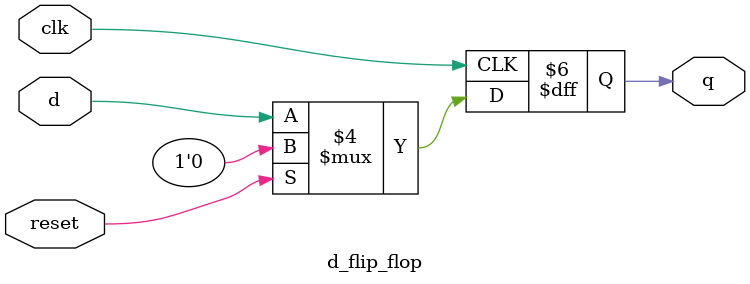
<source format=v>
`timescale 1ns / 1ps


module d_flip_flop(
input d,clk,reset,
output reg q
    );
always@(posedge clk)
begin    
    if(reset == 1)
        q <= 0;
    else     
        q <= d;
end
endmodule

</source>
